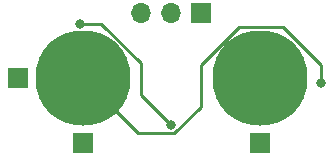
<source format=gbr>
%TF.GenerationSoftware,KiCad,Pcbnew,7.0.9*%
%TF.CreationDate,2024-02-15T17:21:18-06:00*%
%TF.ProjectId,MUX,4d55582e-6b69-4636-9164-5f7063625858,rev?*%
%TF.SameCoordinates,Original*%
%TF.FileFunction,Copper,L2,Bot*%
%TF.FilePolarity,Positive*%
%FSLAX46Y46*%
G04 Gerber Fmt 4.6, Leading zero omitted, Abs format (unit mm)*
G04 Created by KiCad (PCBNEW 7.0.9) date 2024-02-15 17:21:18*
%MOMM*%
%LPD*%
G01*
G04 APERTURE LIST*
%TA.AperFunction,ComponentPad*%
%ADD10R,1.700000X1.700000*%
%TD*%
%TA.AperFunction,ComponentPad*%
%ADD11O,1.700000X1.700000*%
%TD*%
%TA.AperFunction,SMDPad,CuDef*%
%ADD12C,8.050000*%
%TD*%
%TA.AperFunction,ViaPad*%
%ADD13C,0.800000*%
%TD*%
%TA.AperFunction,Conductor*%
%ADD14C,0.250000*%
%TD*%
G04 APERTURE END LIST*
D10*
%TO.P,J1,1,Pin_1*%
%TO.N,Net-(J1-Pin_1)*%
X147500000Y-93000000D03*
%TD*%
%TO.P,J2,1,Pin_1*%
%TO.N,Net-(J2-Pin_1)*%
X162500000Y-93000000D03*
%TD*%
%TO.P,J3,1,Pin_1*%
%TO.N,Net-(J3-Pin_1)*%
X157500000Y-82000000D03*
D11*
%TO.P,J3,2,Pin_2*%
X154960000Y-82000000D03*
%TO.P,J3,3,Pin_3*%
X152420000Y-82000000D03*
%TD*%
D10*
%TO.P,J6,1,Pin_1*%
%TO.N,Net-(J6-Pin_1)*%
X142000000Y-87500000D03*
%TD*%
D12*
%TO.P,J4,1,PWR*%
%TO.N,Net-(J4-PWR)*%
X147500000Y-87500000D03*
%TD*%
%TO.P,J5,1,PWR*%
%TO.N,Net-(J5-PWR)*%
X162500000Y-87500000D03*
%TD*%
D13*
%TO.N,GND*%
X154940000Y-91440000D03*
X147274072Y-82881020D03*
%TO.N,Net-(J5-PWR)*%
X161500000Y-85000000D03*
%TO.N,Net-(J4-PWR)*%
X167640000Y-87935641D03*
%TD*%
D14*
%TO.N,GND*%
X147274072Y-82881020D02*
X149032849Y-82881020D01*
X152400000Y-88900000D02*
X154940000Y-91440000D01*
X149032849Y-82881020D02*
X152400000Y-86248171D01*
X152400000Y-86248171D02*
X152400000Y-88900000D01*
%TO.N,Net-(J5-PWR)*%
X161500000Y-86500000D02*
X162500000Y-87500000D01*
X161500000Y-85000000D02*
X161500000Y-86500000D01*
%TO.N,Net-(J4-PWR)*%
X147500000Y-87500000D02*
X152165000Y-92165000D01*
X164430000Y-83150000D02*
X167640000Y-86360000D01*
X157480000Y-89925305D02*
X157480000Y-86368171D01*
X160698171Y-83150000D02*
X164430000Y-83150000D01*
X167640000Y-86360000D02*
X167640000Y-87935641D01*
X152165000Y-92165000D02*
X155240305Y-92165000D01*
X157480000Y-86368171D02*
X160698171Y-83150000D01*
X155240305Y-92165000D02*
X157480000Y-89925305D01*
%TD*%
M02*

</source>
